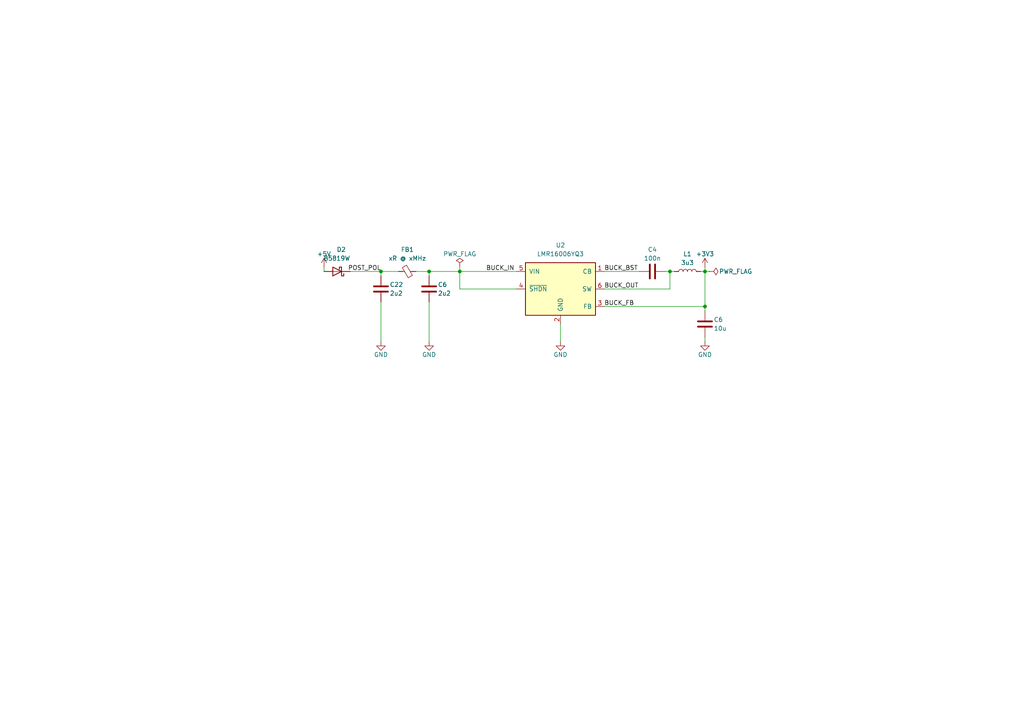
<source format=kicad_sch>
(kicad_sch (version 20230121) (generator eeschema)
  (paper "A4")
  (title_block (title "STM32-DevBoard") (date "2023-08-20") (rev "R0") (company "s-grundner"))
  (lib_symbols
    (symbol "Device:C" (pin_numbers hide) (pin_names (offset 0.254))
      (property "Reference" "C" (at 0.635 2.54 0))
      (property "Value" "C" (at 0.635 -2.54 0))
      (symbol "C_0_1"
        (polyline (pts (xy -2.032 -0.762) (xy 2.032 -0.762)) (stroke (width 0.508)))
        (polyline (pts (xy -2.032 0.762) (xy 2.032 0.762)) (stroke (width 0.508)))
      )
      (symbol "C_1_1"
        (pin passive line (at 0 3.81 270) (length 2.794) (name "~") (number "1"))
        (pin passive line (at 0 -3.81 90) (length 2.794) (name "~") (number "2"))
      )
    )
    (symbol "Device:D_Schottky" (pin_numbers hide) (pin_names (offset 1.016) hide)
      (property "Reference" "D" (at 0 2.54 0))
      (property "Value" "D_Schottky" (at 0 -2.54 0))
      (symbol "D_Schottky_0_1"
        (polyline (pts (xy 1.27 0) (xy -1.27 0)))
        (polyline (pts (xy 1.27 1.27) (xy 1.27 -1.27) (xy -1.27 0) (xy 1.27 1.27)) (stroke (width 0.254)))
        (polyline (pts (xy -1.905 0.635) (xy -1.905 1.27) (xy -1.27 1.27) (xy -1.27 -1.27) (xy -0.635 -1.27) (xy -0.635 -0.635)) (stroke (width 0.254)))
      )
      (symbol "D_Schottky_1_1"
        (pin passive line (at -3.81 0 0) (length 2.54) (name "K") (number "1"))
        (pin passive line (at 3.81 0 180) (length 2.54) (name "A") (number "2"))
      )
    )
    (symbol "Device:FerriteBead_Small" (pin_numbers hide) (pin_names (offset 0))
      (property "Reference" "FB" (at 1.905 1.27 0))
      (property "Value" "FerriteBead_Small" (at 1.905 -1.27 0))
      (symbol "FerriteBead_Small_0_1"
        (polyline (pts (xy 0 -1.27) (xy 0 -0.7874)))
        (polyline (pts (xy 0 0.889) (xy 0 1.2954)))
        (polyline (pts (xy -1.8288 0.2794) (xy -1.1176 1.4986) (xy 1.8288 -0.2032) (xy 1.1176 -1.4224) (xy -1.8288 0.2794)))
      )
      (symbol "FerriteBead_Small_1_1"
        (pin passive line (at 0 2.54 270) (length 1.27) (name "~") (number "1"))
        (pin passive line (at 0 -2.54 90) (length 1.27) (name "~") (number "2"))
      )
    )
    (symbol "Device:L" (pin_numbers hide) (pin_names (offset 1.016) hide)
      (property "Reference" "L" (at -1.27 0 90))
      (property "Value" "L" (at 1.905 0 90))
      (symbol "L_0_1"
        (arc (start 0 -2.54) (mid 0.6323 -1.905) (end 0 -1.27))
        (arc (start 0 -1.27) (mid 0.6323 -0.635) (end 0 0))
        (arc (start 0 0) (mid 0.6323 0.635) (end 0 1.27))
        (arc (start 0 1.27) (mid 0.6323 1.905) (end 0 2.54))
      )
      (symbol "L_1_1"
        (pin passive line (at 0 3.81 270) (length 1.27) (name "1") (number "1"))
        (pin passive line (at 0 -3.81 90) (length 1.27) (name "2") (number "2"))
      )
    )
    (symbol "Regulator_Switching:LMR16006YQ3" (pin_names (offset 1.016))
      (property "Reference" "U" (at -10.16 11.43 0))
      (property "Value" "LMR16006YQ3" (at -10.16 8.89 0))
      (symbol "LMR16006YQ3_0_1"
        (rectangle (start -10.16 7.62) (end 10.16 -7.62) (stroke (width 0.254)) (fill (type background)))
      )
      (symbol "LMR16006YQ3_1_1"
        (pin input line (at 12.7 5.08 180) (length 2.54) (name "CB") (number "1"))
        (pin power_in line (at 0 -10.16 90) (length 2.54) (name "GND") (number "2"))
        (pin input line (at 12.7 -5.08 180) (length 2.54) (name "FB") (number "3"))
        (pin input line (at -12.7 0 0) (length 2.54) (name "~{SHDN}") (number "4"))
        (pin power_in line (at -12.7 5.08 0) (length 2.54) (name "VIN") (number "5"))
        (pin output line (at 12.7 0 180) (length 2.54) (name "SW") (number "6"))
      )
    )
    (symbol "power:+3V3" (power) (pin_names (offset 0))
      (property "Value" "+3V3" (at 0 3.556 0))
      (symbol "+3V3_0_1"
        (polyline (pts (xy -0.762 1.27) (xy 0 2.54)))
        (polyline (pts (xy 0 0) (xy 0 2.54)))
        (polyline (pts (xy 0 2.54) (xy 0.762 1.27)))
      )
      (symbol "+3V3_1_1"
        (pin power_in line (at 0 0 90) (length 0) hide (name "+3V3") (number "1"))
      )
    )
    (symbol "power:+5V" (power) (pin_names (offset 0))
      (property "Value" "+5V" (at 0 3.556 0))
      (symbol "+5V_0_1"
        (polyline (pts (xy -0.762 1.27) (xy 0 2.54)))
        (polyline (pts (xy 0 0) (xy 0 2.54)))
        (polyline (pts (xy 0 2.54) (xy 0.762 1.27)))
      )
      (symbol "+5V_1_1"
        (pin power_in line (at 0 0 90) (length 0) hide (name "+5V") (number "1"))
      )
    )
    (symbol "power:GND" (power) (pin_names (offset 0))
      (property "Value" "GND" (at 0 -3.81 0))
      (symbol "GND_0_1"
        (polyline (pts (xy 0 0) (xy 0 -1.27) (xy 1.27 -1.27) (xy 0 -2.54) (xy -1.27 -1.27) (xy 0 -1.27)))
      )
      (symbol "GND_1_1"
        (pin power_in line (at 0 0 270) (length 0) hide (name "GND") (number "1"))
      )
    )
    (symbol "power:PWR_FLAG" (power) (pin_numbers hide) (pin_names (offset 0) hide)
      (property "Value" "PWR_FLAG" (at 0 3.81 0))
      (symbol "PWR_FLAG_0_0"
        (pin power_out line (at 0 0 90) (length 0) (name "pwr") (number "1"))
      )
      (symbol "PWR_FLAG_0_1"
        (polyline (pts (xy 0 0) (xy 0 1.27) (xy -1.016 1.905) (xy 0 2.54) (xy 1.016 1.905) (xy 0 1.27)))
      )
    )
  )
  (junction (at 204.47 88.9))
  (junction (at 194.31 78.74))
  (junction (at 110.49 78.74))
  (junction (at 204.47 78.74))
  (junction (at 133.35 78.74))
  (junction (at 124.46 78.74))
  (wire (pts (xy 204.47 88.9) (xy 204.47 90.17)))
  (wire (pts (xy 193.04 78.74) (xy 194.31 78.74)))
  (wire (pts (xy 101.6 78.74) (xy 110.49 78.74)))
  (wire (pts (xy 204.47 78.74) (xy 205.74 78.74)))
  (wire (pts (xy 204.47 99.06) (xy 204.47 97.79)))
  (wire (pts (xy 133.35 83.82) (xy 149.86 83.82)))
  (wire (pts (xy 124.46 99.06) (xy 124.46 87.63)))
  (wire (pts (xy 133.35 77.47) (xy 133.35 78.74)))
  (wire (pts (xy 162.56 93.98) (xy 162.56 99.06)))
  (wire (pts (xy 93.98 77.47) (xy 93.98 78.74)))
  (wire (pts (xy 110.49 78.74) (xy 110.49 80.01)))
  (wire (pts (xy 204.47 77.47) (xy 204.47 78.74)))
  (wire (pts (xy 120.65 78.74) (xy 124.46 78.74)))
  (wire (pts (xy 133.35 78.74) (xy 133.35 83.82)))
  (wire (pts (xy 133.35 78.74) (xy 149.86 78.74)))
  (wire (pts (xy 203.2 78.74) (xy 204.47 78.74)))
  (wire (pts (xy 175.26 83.82) (xy 194.31 83.82)))
  (wire (pts (xy 124.46 78.74) (xy 133.35 78.74)))
  (wire (pts (xy 124.46 80.01) (xy 124.46 78.74)))
  (wire (pts (xy 110.49 87.63) (xy 110.49 99.06)))
  (wire (pts (xy 175.26 78.74) (xy 185.42 78.74)))
  (wire (pts (xy 194.31 78.74) (xy 195.58 78.74)))
  (wire (pts (xy 175.26 88.9) (xy 204.47 88.9)))
  (wire (pts (xy 204.47 78.74) (xy 204.47 88.9)))
  (wire (pts (xy 110.49 78.74) (xy 115.57 78.74)))
  (wire (pts (xy 194.31 78.74) (xy 194.31 83.82)))
  (label "BUCK_BST" (at 175.26 78.74 0))
  (label "BUCK_FB" (at 175.26 88.9 0))
  (label "BUCK_OUT" (at 175.26 83.82 0))
  (label "BUCK_IN" (at 140.97 78.74 0))
  (label "POST_POL" (at 110.49 78.74 180))
  (symbol (lib_id "power:GND") (at 124.46 99.06 0) (unit 1)
    (property "Reference" "#PWR022" (effects hide))
    (property "Value" "GND" (at 124.46 102.87 0))
    (instances (project "STM32F4_HexGauge_V3" (path "" (reference "#PWR022") (unit 1))) (project "PMU" (path "" (reference "#PWR022") (unit 1))) (project "STM32_DevBoard" (path "" (reference "#PWR088") (unit 1))))
  )
  (symbol (lib_id "Device:C") (at 189.23 78.74 90) (unit 1)
    (property "Reference" "C4" (at 189.23 72.39 90))
    (property "Value" "100n" (at 189.23 74.93 90))
    (property "Footprint" "Capacitor_SMD:C_0805_2012Metric_Pad1.18x1.45mm_HandSolder" (effects hide))
    (instances (project "STM32F4_HexGauge_V3" (path "" (reference "C4") (unit 1)) (path "" (reference "C2") (unit 1)) (path "" (reference "C16") (unit 1))) (project "PMU" (path "" (reference "C4") (unit 1))) (project "STM32_DevBoard" (path "" (reference "C32") (unit 1))))
  )
  (symbol (lib_id "Device:C") (at 204.47 93.98 0) (unit 1)
    (property "Reference" "C6" (at 207.01 92.71 0) (effects (justify left)))
    (property "Value" "10u" (at 207.01 95.25 0) (effects (justify left)))
    (property "Footprint" "Capacitor_SMD:C_0805_2012Metric_Pad1.18x1.45mm_HandSolder" (effects hide))
    (instances (project "STM32F4_HexGauge_V3" (path "" (reference "C6") (unit 1)) (path "" (reference "C1") (unit 1)) (path "" (reference "C15") (unit 1))) (project "PMU" (path "" (reference "C6") (unit 1))) (project "STM32_DevBoard" (path "" (reference "C34") (unit 1))))
  )
  (symbol (lib_id "power:PWR_FLAG") (at 205.74 78.74 270) (unit 1)
    (property "Reference" "#FLG01" (effects hide))
    (property "Value" "PWR_FLAG" (at 213.36 78.74 90))
    (instances (project "STM32F4_HexGauge_V3" (path "" (reference "#FLG01") (unit 1)) (path "" (reference "#FLG01") (unit 1))) (project "PMU" (path "" (reference "#FLG01") (unit 1))) (project "STM32_DevBoard" (path "" (reference "#FLG04") (unit 1))))
  )
  (symbol (lib_id "Device:FerriteBead_Small") (at 118.11 78.74 270) (mirror x) (unit 1)
    (property "Reference" "FB1" (at 118.1481 72.39 90))
    (property "Value" "xR @ xMHz" (at 118.1481 74.93 90))
    (property "Footprint" "Inductor_SMD:L_0805_2012Metric_Pad1.05x1.20mm_HandSolder" (effects hide))
    (instances (project "STM32_DevBoard" (path "" (reference "FB1") (unit 1)) (path "" (reference "FB2") (unit 1))))
  )
  (symbol (lib_id "power:GND") (at 162.56 99.06 0) (unit 1)
    (property "Reference" "#PWR023" (effects hide))
    (property "Value" "GND" (at 162.56 102.87 0))
    (instances (project "STM32F4_HexGauge_V3" (path "" (reference "#PWR023") (unit 1))) (project "PMU" (path "" (reference "#PWR023") (unit 1))) (project "STM32_DevBoard" (path "" (reference "#PWR090") (unit 1))))
  )
  (symbol (lib_id "power:+5V") (at 93.98 77.47 0) (unit 1)
    (property "Reference" "#PWR041" (effects hide))
    (property "Value" "+5V" (at 93.98 73.66 0))
  )
  (symbol (lib_id "power:+3V3") (at 204.47 77.47 0) (unit 1)
    (property "Reference" "#PWR020" (effects hide))
    (property "Value" "+3V3" (at 204.47 73.66 0))
    (instances (project "STM32F4_HexGauge_V3" (path "" (reference "#PWR020") (unit 1))) (project "PMU" (path "" (reference "#PWR020") (unit 1))) (project "STM32_DevBoard" (path "" (reference "#PWR087") (unit 1))))
  )
  (symbol (lib_id "Device:D_Schottky") (at 97.79 78.74 180) (unit 1)
    (property "Reference" "D2" (at 100.33 72.39 0) (effects (justify left)))
    (property "Value" "B5819W" (at 101.6 74.93 0) (effects (justify left)))
    (property "Footprint" "Diode_SMD:D_SOD-123" (effects hide))
    (property "Datasheet" "https://datasheet.lcsc.com/lcsc/2304140030_Jiangsu-Changjing-Electronics-Technology-Co---Ltd--B5819W-SL_C8598.pdf" (effects hide))
    (instances (project "STM32F4_HexGauge_V3" (path "" (reference "D2") (unit 1))) (project "PMU" (path "" (reference "D2") (unit 1))) (project "STM32_DevBoard" (path "" (reference "D24") (unit 1))))
  )
  (symbol (lib_id "power:GND") (at 204.47 99.06 0) (unit 1)
    (property "Reference" "#PWR024" (effects hide))
    (property "Value" "GND" (at 204.47 102.87 0))
    (instances (project "STM32F4_HexGauge_V3" (path "" (reference "#PWR024") (unit 1))) (project "PMU" (path "" (reference "#PWR024") (unit 1))) (project "STM32_DevBoard" (path "" (reference "#PWR091") (unit 1))))
  )
  (symbol (lib_id "Device:L") (at 199.39 78.74 90) (unit 1)
    (property "Reference" "L1" (at 199.39 73.66 90))
    (property "Value" "3u3" (at 199.39 76.2 90))
    (property "Footprint" "Inductor_SMD:L_7.3x7.3_H4.5" (effects hide))
  )
  (symbol (lib_id "Regulator_Switching:LMR16006YQ3") (at 162.56 83.82 0) (unit 1)
    (property "Reference" "U2" (at 162.56 71.12 0))
    (property "Value" "LMR16006YQ3" (at 162.56 73.66 0))
    (property "Footprint" "Package_TO_SOT_SMD:SOT-23-6" (effects hide))
    (property "Datasheet" "https://www.ti.com/lit/ds/symlink/lmr50410-q1.pdf?HQS=dis-mous-null-mousermode-dsf-pf-null-wwe&ts=1691439607164&ref_url=https%253A%252F%252Fnl.mouser.com%252F" (effects hide))
    (instances (project "STM32F4_HexGauge_V3" (path "" (reference "U2") (unit 1))) (project "PMU" (path "" (reference "U2") (unit 1))) (project "STM32_DevBoard" (path "" (reference "U8") (unit 1))))
  )
  (symbol (lib_id "Device:C") (at 110.49 83.82 0) (unit 1)
    (property "Reference" "C22" (at 113.03 82.55 0) (effects (justify left)))
    (property "Value" "2u2" (at 113.03 85.09 0) (effects (justify left)))
    (property "Footprint" "Capacitor_SMD:C_0805_2012Metric_Pad1.18x1.45mm_HandSolder" (effects hide))
  )
  (symbol (lib_id "Device:C") (at 124.46 83.82 0) (unit 1)
    (property "Reference" "C6" (at 127 82.55 0) (effects (justify left)))
    (property "Value" "2u2" (at 127 85.09 0) (effects (justify left)))
    (property "Footprint" "Capacitor_SMD:C_0805_2012Metric_Pad1.18x1.45mm_HandSolder" (effects hide))
    (instances (project "STM32F4_HexGauge_V3" (path "" (reference "C6") (unit 1)) (path "" (reference "C1") (unit 1)) (path "" (reference "C14") (unit 1))) (project "PMU" (path "" (reference "C6") (unit 1))) (project "STM32_DevBoard" (path "" (reference "C33") (unit 1))))
  )
  (symbol (lib_id "power:PWR_FLAG") (at 133.35 77.47 0) (unit 1)
    (property "Reference" "#FLG02" (effects hide))
    (property "Value" "PWR_FLAG" (at 133.35 73.66 0))
    (instances (project "STM32F4_HexGauge_V3" (path "" (reference "#FLG02") (unit 1))) (project "PMU" (path "" (reference "#FLG02") (unit 1))) (project "STM32_DevBoard" (path "" (reference "#FLG03") (unit 1))))
  )
  (symbol (lib_id "power:GND") (at 110.49 99.06 0) (unit 1)
    (property "Reference" "#PWR02" (effects hide))
    (property "Value" "GND" (at 110.49 102.87 0))
    (instances (project "STM32_DevBoard" (path "" (reference "#PWR02") (unit 1)) (path "" (reference "#PWR040") (unit 1))))
  )
)
</source>
